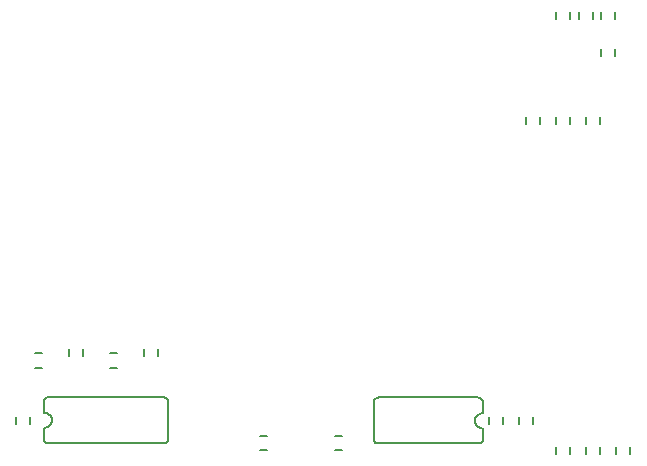
<source format=gbo>
G75*
G70*
%OFA0B0*%
%FSLAX24Y24*%
%IPPOS*%
%LPD*%
%AMOC8*
5,1,8,0,0,1.08239X$1,22.5*
%
%ADD10C,0.0060*%
%ADD11C,0.0080*%
D10*
X008127Y004632D02*
X008127Y004868D01*
X008599Y004868D02*
X008599Y004632D01*
X008745Y006514D02*
X008981Y006514D01*
X008981Y006986D02*
X008745Y006986D01*
X009877Y006882D02*
X009877Y007118D01*
X010349Y007118D02*
X010349Y006882D01*
X011245Y006986D02*
X011481Y006986D01*
X011481Y006514D02*
X011245Y006514D01*
X012377Y006882D02*
X012377Y007118D01*
X012849Y007118D02*
X012849Y006882D01*
X016245Y004236D02*
X016481Y004236D01*
X016481Y003764D02*
X016245Y003764D01*
X018745Y003764D02*
X018981Y003764D01*
X018981Y004236D02*
X018745Y004236D01*
X023877Y004632D02*
X023877Y004868D01*
X024349Y004868D02*
X024349Y004632D01*
X024877Y004632D02*
X024877Y004868D01*
X025349Y004868D02*
X025349Y004632D01*
X026127Y003868D02*
X026127Y003632D01*
X026599Y003632D02*
X026599Y003868D01*
X027127Y003868D02*
X027127Y003632D01*
X027599Y003632D02*
X027599Y003868D01*
X028127Y003868D02*
X028127Y003632D01*
X028599Y003632D02*
X028599Y003868D01*
X027599Y014632D02*
X027599Y014868D01*
X027127Y014868D02*
X027127Y014632D01*
X026599Y014632D02*
X026599Y014868D01*
X026127Y014868D02*
X026127Y014632D01*
X025599Y014632D02*
X025599Y014868D01*
X025127Y014868D02*
X025127Y014632D01*
X027627Y016882D02*
X027627Y017118D01*
X028099Y017118D02*
X028099Y016882D01*
X028099Y018132D02*
X028099Y018368D01*
X027627Y018368D02*
X027627Y018132D01*
X027349Y018132D02*
X027349Y018368D01*
X026877Y018368D02*
X026877Y018132D01*
X026599Y018132D02*
X026599Y018368D01*
X026127Y018368D02*
X026127Y018132D01*
D11*
X023533Y005516D02*
X020193Y005516D01*
X020170Y005514D01*
X020147Y005509D01*
X020125Y005500D01*
X020105Y005487D01*
X020087Y005472D01*
X020072Y005454D01*
X020059Y005434D01*
X020050Y005412D01*
X020045Y005389D01*
X020043Y005366D01*
X020043Y004134D01*
X020042Y004113D01*
X020044Y004092D01*
X020049Y004072D01*
X020057Y004053D01*
X020068Y004036D01*
X020081Y004020D01*
X020097Y004007D01*
X020115Y003996D01*
X020134Y003988D01*
X020154Y003983D01*
X020154Y003984D02*
X023533Y003984D01*
X023533Y003983D02*
X023554Y003982D01*
X023575Y003984D01*
X023595Y003989D01*
X023614Y003997D01*
X023631Y004008D01*
X023647Y004021D01*
X023660Y004037D01*
X023671Y004055D01*
X023679Y004074D01*
X023684Y004094D01*
X023683Y004094D02*
X023683Y004490D01*
X023663Y004490D02*
X023633Y004492D01*
X023603Y004497D01*
X023574Y004506D01*
X023547Y004519D01*
X023521Y004534D01*
X023497Y004553D01*
X023476Y004574D01*
X023457Y004598D01*
X023442Y004624D01*
X023429Y004651D01*
X023420Y004680D01*
X023415Y004710D01*
X023413Y004740D01*
X023415Y004770D01*
X023420Y004800D01*
X023429Y004829D01*
X023442Y004856D01*
X023457Y004882D01*
X023476Y004906D01*
X023497Y004927D01*
X023521Y004946D01*
X023547Y004961D01*
X023574Y004974D01*
X023603Y004983D01*
X023633Y004988D01*
X023663Y004990D01*
X023683Y004990D02*
X023683Y005322D01*
X023684Y005327D02*
X023685Y005352D01*
X023683Y005376D01*
X023677Y005400D01*
X023668Y005422D01*
X023655Y005443D01*
X023640Y005462D01*
X023622Y005479D01*
X023602Y005493D01*
X023581Y005504D01*
X023558Y005512D01*
X023534Y005517D01*
X013183Y005366D02*
X013183Y004134D01*
X013181Y004111D01*
X013176Y004088D01*
X013167Y004066D01*
X013154Y004046D01*
X013139Y004028D01*
X013121Y004013D01*
X013101Y004000D01*
X013079Y003991D01*
X013056Y003986D01*
X013033Y003984D01*
X009193Y003984D01*
X009193Y003983D02*
X009169Y003988D01*
X009146Y003996D01*
X009125Y004007D01*
X009105Y004021D01*
X009087Y004038D01*
X009072Y004057D01*
X009059Y004078D01*
X009050Y004100D01*
X009044Y004124D01*
X009042Y004148D01*
X009043Y004173D01*
X009043Y004178D02*
X009043Y004510D01*
X009063Y004510D02*
X009093Y004512D01*
X009123Y004517D01*
X009152Y004526D01*
X009179Y004539D01*
X009205Y004554D01*
X009229Y004573D01*
X009250Y004594D01*
X009269Y004618D01*
X009284Y004644D01*
X009297Y004671D01*
X009306Y004700D01*
X009311Y004730D01*
X009313Y004760D01*
X009311Y004790D01*
X009306Y004820D01*
X009297Y004849D01*
X009284Y004876D01*
X009269Y004902D01*
X009250Y004926D01*
X009229Y004947D01*
X009205Y004966D01*
X009179Y004981D01*
X009152Y004994D01*
X009123Y005003D01*
X009093Y005008D01*
X009063Y005010D01*
X009043Y005010D02*
X009043Y005406D01*
X009042Y005406D02*
X009047Y005426D01*
X009055Y005445D01*
X009066Y005463D01*
X009079Y005479D01*
X009095Y005492D01*
X009112Y005503D01*
X009131Y005511D01*
X009151Y005516D01*
X009172Y005518D01*
X009193Y005517D01*
X009193Y005516D02*
X013073Y005516D01*
X013073Y005517D02*
X013093Y005512D01*
X013112Y005504D01*
X013130Y005493D01*
X013146Y005480D01*
X013159Y005464D01*
X013170Y005447D01*
X013178Y005428D01*
X013183Y005408D01*
X013185Y005387D01*
X013184Y005366D01*
M02*

</source>
